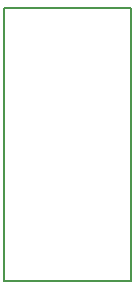
<source format=gbo>
G04 MADE WITH FRITZING*
G04 WWW.FRITZING.ORG*
G04 DOUBLE SIDED*
G04 HOLES PLATED*
G04 CONTOUR ON CENTER OF CONTOUR VECTOR*
%ASAXBY*%
%FSLAX23Y23*%
%MOIN*%
%OFA0B0*%
%SFA1.0B1.0*%
%ADD10R,0.430539X0.919488X0.414539X0.903488*%
%ADD11C,0.008000*%
%LNSILK0*%
G90*
G70*
G54D11*
X4Y915D02*
X427Y915D01*
X427Y4D01*
X4Y4D01*
X4Y915D01*
D02*
G04 End of Silk0*
M02*
</source>
